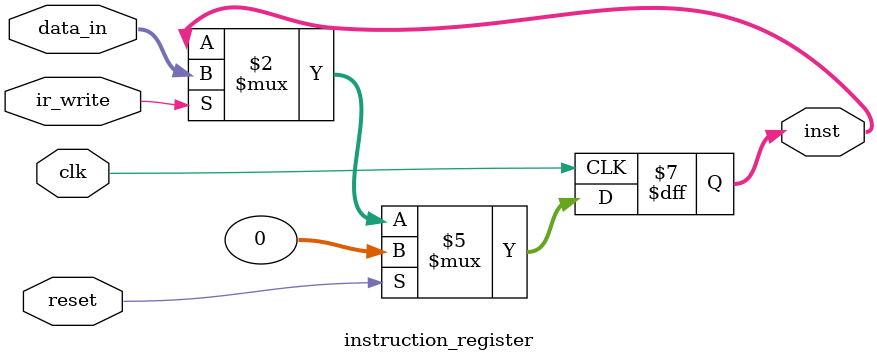
<source format=v>
module instruction_register (
    input clk,
    input reset,

    input ir_write,
    input [31:0] data_in,

    output reg [31:0] inst
);
  always @(posedge clk) begin
    if (reset) inst <= 32'b0;
    else if (ir_write) inst <= data_in;
  end
endmodule

</source>
